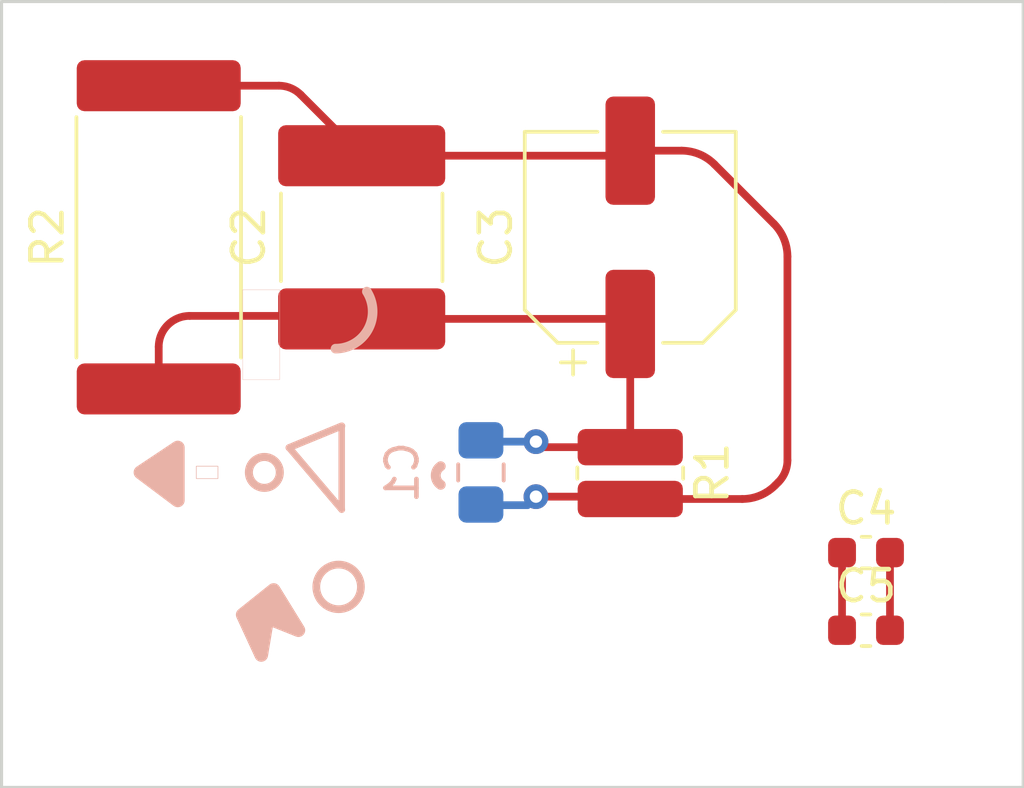
<source format=kicad_pcb>
(kicad_pcb (version 20211014) (generator pcbnew)
  (title_block (date "2022-04-12") (rev "Test PCB - All Good Libraries"))
  (layers (0 "F.Cu" signal) (31 "B.Cu" signal) (34 "B.Paste" user) (35 "F.Paste" user) (36 "B.SilkS" user "B.Silkscreen") (37 "F.SilkS" user "F.Silkscreen") (38 "B.Mask" user) (39 "F.Mask" user) (44 "Edge.Cuts" user))
  (net 0 "")
  (net 1 "Net-(C1-Pad1)")
  (net 2 "Net-(C1-Pad2)")
  (net 3 "Net-(C4-Pad1)")
  (net 4 "Net-(C4-Pad2)")
  (footprint "Capacitor_SMD:C_2220_5650Metric_Pad1.97x5.40mm_HandSolder" (layer "F.Cu") (at 131.02 81.28 90)
    (fp_text reference "C2" (at 0 -3.65 90) (layer "F.SilkS"))
    (fp_text value "C")
    (fp_line (start -1.415748 -2.61) (end 1.415748 -2.61) (layer "F.SilkS") (width 0.12))
    (fp_line (start -1.415748 2.61) (end 1.415748 2.61) (layer "F.SilkS") (width 0.12))
    (pad "1" smd roundrect (at -2.6375 0 90) (size 1.975 5.4) (layers "F.Cu" "F.Paste" "F.Mask") (roundrect_rratio 0.126582) (net 1 "Net-(C1-Pad1)"))
    (pad "2" smd roundrect (at 2.6375 0 90) (size 1.975 5.4) (layers "F.Cu" "F.Paste" "F.Mask") (roundrect_rratio 0.126582) (net 2 "Net-(C1-Pad2)"))
  )
  (footprint "Resistor_SMD:R_4020_10251Metric_Pad1.65x5.30mm_HandSolder" (layer "F.Cu") (at 124.46 81.28 90)
    (fp_text reference "R2" (at 0 -3.6 90) (layer "F.SilkS"))
    (fp_text value "R_US")
    (fp_line (start -3.886252 2.66) (end 3.886252 2.66) (layer "F.SilkS") (width 0.12))
    (fp_line (start -3.886252 -2.66) (end 3.886252 -2.66) (layer "F.SilkS") (width 0.12))
    (pad "1" smd roundrect (at -4.9 0 90) (size 1.65 5.3) (layers "F.Cu" "F.Paste" "F.Mask") (roundrect_rratio 0.151515) (net 1 "Net-(C1-Pad1)"))
    (pad "2" smd roundrect (at 4.9 0 90) (size 1.65 5.3) (layers "F.Cu" "F.Paste" "F.Mask") (roundrect_rratio 0.151515) (net 2 "Net-(C1-Pad2)"))
  )
  (footprint "Capacitor_SMD:C_0603_1608Metric" (layer "F.Cu") (at 147.32 93.98)
    (fp_text reference "C5" (at 0 -1.43) (layer "F.SilkS"))
    (fp_text value "C")
    (fp_line (start -0.14058 -0.51) (end 0.14058 -0.51) (layer "F.SilkS") (width 0.12))
    (fp_line (start -0.14058 0.51) (end 0.14058 0.51) (layer "F.SilkS") (width 0.12))
    (pad "1" smd roundrect (at -0.775 0) (size 0.9 0.95) (layers "F.Cu" "F.Paste" "F.Mask") (net 3 "Net-(C4-Pad1)"))
    (pad "2" smd roundrect (at 0.775 0) (size 0.9 0.95) (layers "F.Cu" "F.Paste" "F.Mask") (net 4 "Net-(C4-Pad2)"))
  )
  (footprint "Capacitor_SMD:CP_Elec_6.3x5.3" (layer "F.Cu") (at 139.7 81.28 90)
    (fp_text reference "C3" (at 0 -4.35 90) (layer "F.SilkS"))
    (fp_text value "C_Polarized")
    (fp_line (start -2.345563 3.41) (end 3.41 3.41) (layer "F.SilkS") (width 0.12))
    (fp_line (start -4.04375 -2.24125) (end -4.04375 -1.45375) (layer "F.SilkS") (width 0.12))
    (fp_line (start -3.41 2.345563) (end -2.345563 3.41) (layer "F.SilkS") (width 0.12))
    (fp_line (start -3.41 2.345563) (end -3.41 1.06) (layer "F.SilkS") (width 0.12))
    (fp_line (start -2.345563 -3.41) (end 3.41 -3.41) (layer "F.SilkS") (width 0.12))
    (fp_line (start 3.41 3.41) (end 3.41 1.06) (layer "F.SilkS") (width 0.12))
    (fp_line (start 3.41 -3.41) (end 3.41 -1.06) (layer "F.SilkS") (width 0.12))
    (fp_line (start -3.41 -2.345563) (end -3.41 -1.06) (layer "F.SilkS") (width 0.12))
    (fp_line (start -4.4375 -1.8475) (end -3.65 -1.8475) (layer "F.SilkS") (width 0.12))
    (fp_line (start -3.41 -2.345563) (end -2.345563 -3.41) (layer "F.SilkS") (width 0.12))
    (pad "1" smd roundrect (at -2.8 0 90) (size 3.5 1.6) (layers "F.Cu" "F.Paste" "F.Mask") (roundrect_rratio 0.15625) (net 1 "Net-(C1-Pad1)"))
    (pad "2" smd roundrect (at 2.8 0 90) (size 3.5 1.6) (layers "F.Cu" "F.Paste" "F.Mask") (roundrect_rratio 0.15625) (net 2 "Net-(C1-Pad2)"))
  )
  (footprint "Capacitor_SMD:C_0603_1608Metric" (layer "F.Cu") (at 147.32 91.47)
    (fp_text reference "C4" (at 0 -1.43) (layer "F.SilkS"))
    (fp_text value "C")
    (fp_line (start -0.14058 -0.51) (end 0.14058 -0.51) (layer "F.SilkS") (width 0.12))
    (fp_line (start -0.14058 0.51) (end 0.14058 0.51) (layer "F.SilkS") (width 0.12))
    (pad "1" smd roundrect (at -0.775 0) (size 0.9 0.95) (layers "F.Cu" "F.Paste" "F.Mask") (net 3 "Net-(C4-Pad1)"))
    (pad "2" smd roundrect (at 0.775 0) (size 0.9 0.95) (layers "F.Cu" "F.Paste" "F.Mask") (net 4 "Net-(C4-Pad2)"))
  )
  (footprint "Resistor_SMD:R_0612_1632Metric_Pad1.18x3.40mm_HandSolder" (layer "F.Cu") (at 139.7 88.9 -90)
    (fp_text reference "R1" (at 0 -2.65 90) (layer "F.SilkS"))
    (fp_text value "R")
    (fp_line (start -0.182983 1.71) (end 0.182983 1.71) (layer "F.SilkS") (width 0.12))
    (fp_line (start -0.182983 -1.71) (end 0.182983 -1.71) (layer "F.SilkS") (width 0.12))
    (pad "1" smd roundrect (at -0.8375 0 270) (size 1.175 3.4) (layers "F.Cu" "F.Paste" "F.Mask") (roundrect_rratio 0.212766) (net 1 "Net-(C1-Pad1)"))
    (pad "2" smd roundrect (at 0.8375 0 270) (size 1.175 3.4) (layers "F.Cu" "F.Paste" "F.Mask") (roundrect_rratio 0.212766) (net 2 "Net-(C1-Pad2)"))
  )
  (footprint "test_lib:C_0805_MOD" (layer "B.Cu") (at 134.874 88.8785 -90)
    (fp_text reference "C1" (at 0 2.54 90) (layer "B.SilkS") (effects (justify mirror)))
    (fp_text value "C")
    (fp_line (start -0.261252 0.735) (end 0.261252 0.735) (layer "B.SilkS") (width 0.125))
    (fp_line (start -0.8 6.2) (end -1.5 4.5) (layer "B.SilkS") (width 0.23))
    (fp_line (start -1.5 4.5) (end 1.2 4.5) (layer "B.SilkS") (width 0.21))
    (fp_line (start 1.2 4.5) (end -0.8 6.2) (layer "B.SilkS") (width 0.22))
    (fp_line (start -0.261252 -0.735) (end 0.261252 -0.735) (layer "B.SilkS") (width 0.126))
    (fp_rect (start -5.9 7.7) (end -3 6.5) (layer "B.SilkS") (width 0.01) (fill none))
    (fp_rect (start -0.2 9.2) (end 0.2 8.5) (layer "B.SilkS") (width 0.02) (fill none))
    (fp_arc (start 0.4 1.3) (mid 0.1 1.460522) (end -0.2 1.3) (layer "B.SilkS") (width 0.32))
    (fp_arc (start -5.844251 3.687606) (mid -4.622463 3.647916) (end -4 4.7) (layer "B.SilkS") (width 0.31))
    (fp_circle (center 0 7) (end 0.5 7) (layer "B.SilkS") (width 0.26) (fill none))
    (fp_circle (center 3.7 4.6) (end 4.42111 4.6) (layer "B.SilkS") (width 0.25) (fill none))
    (fp_poly (pts (xy 5.9 7.1) (xy 4.7 6.9) (xy 5.1 5.9) (xy 3.8 6.7) (xy 4.6 7.7)) (layer "B.SilkS") (width 0.44) (fill solid))
    (fp_poly (pts (xy 0.9 9.8) (xy -0.8 9.8) (xy 0 11)) (layer "B.SilkS") (width 0.45) (fill solid))
    (pad "1" smd roundrect (at -1.0375 0 270) (size 1.175 1.45) (layers "B.Cu" "B.Paste" "B.Mask") (roundrect_rratio 0.212766) (net 1 "Net-(C1-Pad1)"))
    (pad "2" smd roundrect (at 1.0375 0 270) (size 1.175 1.45) (layers "B.Cu" "B.Paste" "B.Mask") (roundrect_rratio 0.212766) (net 2 "Net-(C1-Pad2)"))
  )
  (gr_line (start 119.38 99.06) (end 152.4 99.06) (layer "Edge.Cuts") (width 0.1))
  (gr_line (start 152.4 73.66) (end 149.86 73.66) (layer "Edge.Cuts") (width 0.1))
  (gr_line (start 152.4 99.06) (end 152.4 73.66) (layer "Edge.Cuts") (width 0.1))
  (gr_line (start 119.38 73.66) (end 119.38 99.06) (layer "Edge.Cuts") (width 0.1))
  (gr_line (start 149.86 73.66) (end 119.38 73.66) (layer "Edge.Cuts") (width 0.1))
  (segment (start 124.46 86.18) (end 124.46 84.82) (width 0.25) (layer "F.Cu") (net 1))
  (segment (start 130.9225 83.82) (end 131.02 83.9175) (width 0.25) (layer "F.Cu") (net 1))
  (segment (start 139.7 88.0625) (end 136.8305 88.0625) (width 0.25) (layer "F.Cu") (net 1))
  (segment (start 125.46 83.82) (end 130.9225 83.82) (width 0.25) (layer "F.Cu") (net 1))
  (segment (start 139.5375 83.9175) (end 139.7 84.08) (width 0.25) (layer "F.Cu") (net 1))
  (segment (start 131.02 83.9175) (end 139.5375 83.9175) (width 0.25) (layer "F.Cu") (net 1))
  (segment (start 139.7 88.0625) (end 139.7 84.08) (width 0.25) (layer "F.Cu") (net 1))
  (segment (start 136.8305 88.0625) (end 136.652 87.884) (width 0.25) (layer "F.Cu") (net 1))
  (via (at 136.652 87.884) (size 0.8) (drill 0.4) (layers "F.Cu" "B.Cu") (net 1))
  (arc (start 125.46 83.82) (mid 124.752893 84.112893) (end 124.46 84.82) (width 0.25) (layer "F.Cu") (net 1))
  (segment (start 134.6415 87.884) (end 134.62 87.8625) (width 0.25) (layer "B.Cu") (net 1))
  (segment (start 136.652 87.884) (end 134.6415 87.884) (width 0.25) (layer "B.Cu") (net 1))
  (segment (start 124.46 76.38) (end 128.343286 76.38) (width 0.25) (layer "F.Cu") (net 2))
  (segment (start 129.050393 76.672893) (end 131.02 78.6425) (width 0.25) (layer "F.Cu") (net 2))
  (segment (start 142.41934 78.91934) (end 144.34066 80.84066) (width 0.25) (layer "F.Cu") (net 2))
  (segment (start 131.02 78.6425) (end 139.5375 78.6425) (width 0.25) (layer "F.Cu") (net 2))
  (segment (start 139.5375 78.6425) (end 139.7 78.48) (width 0.25) (layer "F.Cu") (net 2))
  (segment (start 144.487107 89.192893) (end 144.38184 89.29816) (width 0.25) (layer "F.Cu") (net 2))
  (segment (start 144.78 81.90132) (end 144.78 88.485786) (width 0.25) (layer "F.Cu") (net 2))
  (segment (start 139.6245 89.662) (end 139.7 89.7375) (width 0.25) (layer "F.Cu") (net 2))
  (segment (start 139.7 78.48) (end 141.35868 78.48) (width 0.25) (layer "F.Cu") (net 2))
  (segment (start 143.32118 89.7375) (end 139.7 89.7375) (width 0.25) (layer "F.Cu") (net 2))
  (segment (start 136.652 89.662) (end 139.6245 89.662) (width 0.25) (layer "F.Cu") (net 2))
  (via (at 136.652 89.662) (size 0.8) (drill 0.4) (layers "F.Cu" "B.Cu") (net 2))
  (arc (start 143.32118 89.7375) (mid 143.895205 89.623319) (end 144.38184 89.29816) (width 0.25) (layer "F.Cu") (net 2))
  (arc (start 128.343286 76.38) (mid 128.725969 76.45612) (end 129.050393 76.672893) (width 0.25) (layer "F.Cu") (net 2))
  (arc (start 144.78 81.90132) (mid 144.665819 81.327295) (end 144.34066 80.84066) (width 0.25) (layer "F.Cu") (net 2))
  (arc (start 142.41934 78.91934) (mid 141.932705 78.594181) (end 141.35868 78.48) (width 0.25) (layer "F.Cu") (net 2))
  (arc (start 144.78 88.485786) (mid 144.70388 88.868469) (end 144.487107 89.192893) (width 0.25) (layer "F.Cu") (net 2))
  (segment (start 136.3765 89.9375) (end 136.652 89.662) (width 0.25) (layer "B.Cu") (net 2))
  (segment (start 134.62 89.9375) (end 136.3765 89.9375) (width 0.25) (layer "B.Cu") (net 2))
  (segment (start 146.545 91.47) (end 146.545 93.98) (width 0.25) (layer "F.Cu") (net 3))
  (segment (start 148.095 93.98) (end 148.095 91.47) (width 0.25) (layer "F.Cu") (net 4))
)
</source>
